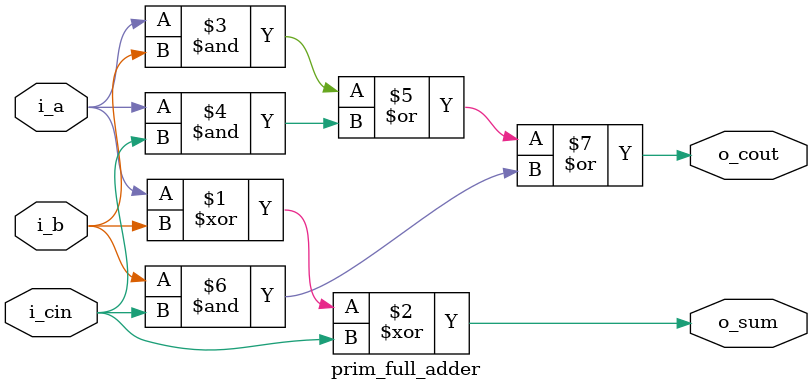
<source format=sv>
module prim_full_adder (
    input  logic  i_a   ,    // 1-bit input a
    input  logic  i_b   ,    // 1-bit input b
    input  logic  i_cin ,    // Carry-in
    output logic  o_sum ,    // sum output
    output logic  o_cout     // Carry-out
);

assign o_sum  = i_a ^ i_b ^ i_cin;                           // sum = a ⊕ b ⊕ cin
assign o_cout = (i_a & i_b) | (i_a & i_cin) | (i_b & i_cin); // Carry-out logic

endmodule : prim_full_adder

</source>
